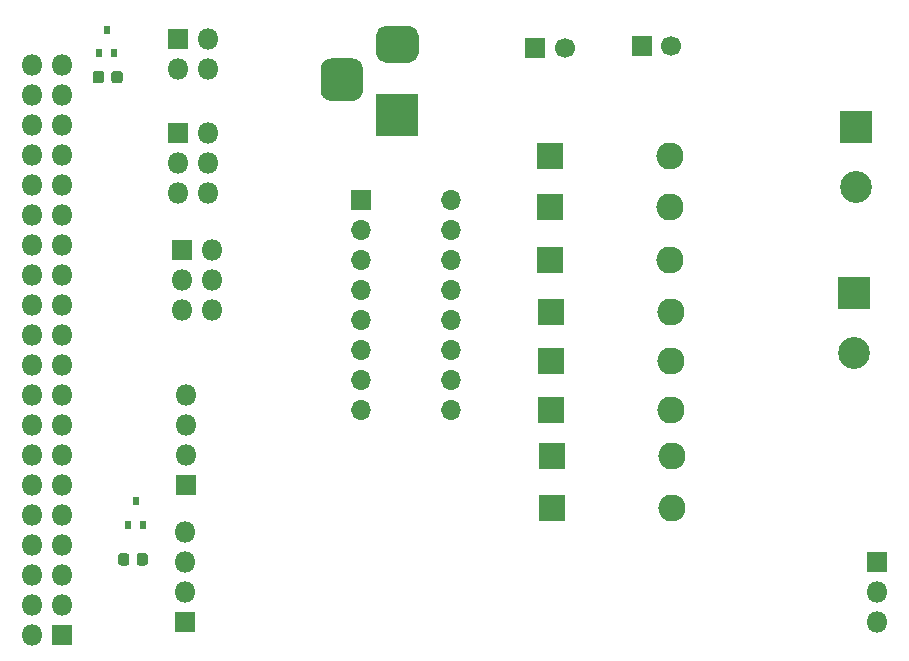
<source format=gbr>
%TF.GenerationSoftware,KiCad,Pcbnew,(5.1.6)-1*%
%TF.CreationDate,2021-05-14T11:39:53+02:00*%
%TF.ProjectId,nano1,6e616e6f-312e-46b6-9963-61645f706362,rev?*%
%TF.SameCoordinates,Original*%
%TF.FileFunction,Soldermask,Bot*%
%TF.FilePolarity,Negative*%
%FSLAX46Y46*%
G04 Gerber Fmt 4.6, Leading zero omitted, Abs format (unit mm)*
G04 Created by KiCad (PCBNEW (5.1.6)-1) date 2021-05-14 11:39:53*
%MOMM*%
%LPD*%
G01*
G04 APERTURE LIST*
%ADD10R,0.550000X0.800000*%
%ADD11O,1.800000X1.800000*%
%ADD12R,1.800000X1.800000*%
%ADD13C,2.700000*%
%ADD14R,2.700000X2.700000*%
%ADD15R,3.600000X3.600000*%
%ADD16R,1.700000X1.700000*%
%ADD17C,1.700000*%
%ADD18R,2.300000X2.300000*%
%ADD19O,2.300000X2.300000*%
%ADD20O,1.700000X1.700000*%
G04 APERTURE END LIST*
%TO.C,R6*%
G36*
G01*
X107385840Y-88496830D02*
X107385840Y-89059330D01*
G75*
G02*
X107142090Y-89303080I-243750J0D01*
G01*
X106654590Y-89303080D01*
G75*
G02*
X106410840Y-89059330I0J243750D01*
G01*
X106410840Y-88496830D01*
G75*
G02*
X106654590Y-88253080I243750J0D01*
G01*
X107142090Y-88253080D01*
G75*
G02*
X107385840Y-88496830I0J-243750D01*
G01*
G37*
G36*
G01*
X108960840Y-88496830D02*
X108960840Y-89059330D01*
G75*
G02*
X108717090Y-89303080I-243750J0D01*
G01*
X108229590Y-89303080D01*
G75*
G02*
X107985840Y-89059330I0J243750D01*
G01*
X107985840Y-88496830D01*
G75*
G02*
X108229590Y-88253080I243750J0D01*
G01*
X108717090Y-88253080D01*
G75*
G02*
X108960840Y-88496830I0J-243750D01*
G01*
G37*
%TD*%
%TO.C,R5*%
G36*
G01*
X105242080Y-47673950D02*
X105242080Y-48236450D01*
G75*
G02*
X104998330Y-48480200I-243750J0D01*
G01*
X104510830Y-48480200D01*
G75*
G02*
X104267080Y-48236450I0J243750D01*
G01*
X104267080Y-47673950D01*
G75*
G02*
X104510830Y-47430200I243750J0D01*
G01*
X104998330Y-47430200D01*
G75*
G02*
X105242080Y-47673950I0J-243750D01*
G01*
G37*
G36*
G01*
X106817080Y-47673950D02*
X106817080Y-48236450D01*
G75*
G02*
X106573330Y-48480200I-243750J0D01*
G01*
X106085830Y-48480200D01*
G75*
G02*
X105842080Y-48236450I0J243750D01*
G01*
X105842080Y-47673950D01*
G75*
G02*
X106085830Y-47430200I243750J0D01*
G01*
X106573330Y-47430200D01*
G75*
G02*
X106817080Y-47673950I0J-243750D01*
G01*
G37*
%TD*%
D10*
%TO.C,Q2*%
X107914440Y-83861400D03*
X107264440Y-85861400D03*
X108564440Y-85861400D03*
%TD*%
%TO.C,Q1*%
X105450640Y-43927520D03*
X104800640Y-45927520D03*
X106100640Y-45927520D03*
%TD*%
D11*
%TO.C,J10*%
X112100360Y-86476840D03*
X112100360Y-89016840D03*
X112100360Y-91556840D03*
D12*
X112100360Y-94096840D03*
%TD*%
D11*
%TO.C,J9*%
X170703240Y-94066360D03*
X170703240Y-91526360D03*
D12*
X170703240Y-88986360D03*
%TD*%
D11*
%TO.C,J3*%
X114345720Y-67670680D03*
X111805720Y-67670680D03*
X114345720Y-65130680D03*
X111805720Y-65130680D03*
X114345720Y-62590680D03*
D12*
X111805720Y-62590680D03*
%TD*%
D11*
%TO.C,J1*%
X99161600Y-46893480D03*
X101701600Y-46893480D03*
X99161600Y-49433480D03*
X101701600Y-49433480D03*
X99161600Y-51973480D03*
X101701600Y-51973480D03*
X99161600Y-54513480D03*
X101701600Y-54513480D03*
X99161600Y-57053480D03*
X101701600Y-57053480D03*
X99161600Y-59593480D03*
X101701600Y-59593480D03*
X99161600Y-62133480D03*
X101701600Y-62133480D03*
X99161600Y-64673480D03*
X101701600Y-64673480D03*
X99161600Y-67213480D03*
X101701600Y-67213480D03*
X99161600Y-69753480D03*
X101701600Y-69753480D03*
X99161600Y-72293480D03*
X101701600Y-72293480D03*
X99161600Y-74833480D03*
X101701600Y-74833480D03*
X99161600Y-77373480D03*
X101701600Y-77373480D03*
X99161600Y-79913480D03*
X101701600Y-79913480D03*
X99161600Y-82453480D03*
X101701600Y-82453480D03*
X99161600Y-84993480D03*
X101701600Y-84993480D03*
X99161600Y-87533480D03*
X101701600Y-87533480D03*
X99161600Y-90073480D03*
X101701600Y-90073480D03*
X99161600Y-92613480D03*
X101701600Y-92613480D03*
X99161600Y-95153480D03*
D12*
X101701600Y-95153480D03*
%TD*%
D13*
%TO.C,J7*%
X168711880Y-71292720D03*
D14*
X168711880Y-66212720D03*
%TD*%
D13*
%TO.C,J6*%
X168935400Y-57221120D03*
D14*
X168935400Y-52141120D03*
%TD*%
D11*
%TO.C,J8*%
X112181640Y-74843640D03*
X112181640Y-77383640D03*
X112181640Y-79923640D03*
D12*
X112181640Y-82463640D03*
%TD*%
%TO.C,J5*%
G36*
G01*
X124463240Y-46370840D02*
X126263240Y-46370840D01*
G75*
G02*
X127163240Y-47270840I0J-900000D01*
G01*
X127163240Y-49070840D01*
G75*
G02*
X126263240Y-49970840I-900000J0D01*
G01*
X124463240Y-49970840D01*
G75*
G02*
X123563240Y-49070840I0J900000D01*
G01*
X123563240Y-47270840D01*
G75*
G02*
X124463240Y-46370840I900000J0D01*
G01*
G37*
G36*
G01*
X129038240Y-43620840D02*
X131088240Y-43620840D01*
G75*
G02*
X131863240Y-44395840I0J-775000D01*
G01*
X131863240Y-45945840D01*
G75*
G02*
X131088240Y-46720840I-775000J0D01*
G01*
X129038240Y-46720840D01*
G75*
G02*
X128263240Y-45945840I0J775000D01*
G01*
X128263240Y-44395840D01*
G75*
G02*
X129038240Y-43620840I775000J0D01*
G01*
G37*
D15*
X130063240Y-51170840D03*
%TD*%
D16*
%TO.C,C2*%
X150779480Y-45354240D03*
D17*
X153279480Y-45354240D03*
%TD*%
D18*
%TO.C,D8*%
X143154400Y-84419440D03*
D19*
X153314400Y-84419440D03*
%TD*%
D18*
%TO.C,D7*%
X143154400Y-80070960D03*
D19*
X153314400Y-80070960D03*
%TD*%
D18*
%TO.C,D6*%
X143068040Y-76154280D03*
D19*
X153228040Y-76154280D03*
%TD*%
D18*
%TO.C,D5*%
X143068040Y-71978520D03*
D19*
X153228040Y-71978520D03*
%TD*%
D18*
%TO.C,D4*%
X143068040Y-67802760D03*
D19*
X153228040Y-67802760D03*
%TD*%
D18*
%TO.C,D3*%
X142981680Y-63454280D03*
D19*
X153141680Y-63454280D03*
%TD*%
D18*
%TO.C,D2*%
X143012160Y-58978800D03*
D19*
X153172160Y-58978800D03*
%TD*%
D18*
%TO.C,D1*%
X142956280Y-54665880D03*
D19*
X153116280Y-54665880D03*
%TD*%
D16*
%TO.C,C1*%
X141721840Y-45501560D03*
D17*
X144221840Y-45501560D03*
%TD*%
D20*
%TO.C,U1*%
X134574280Y-58364120D03*
X126954280Y-76144120D03*
X134574280Y-60904120D03*
X126954280Y-73604120D03*
X134574280Y-63444120D03*
X126954280Y-71064120D03*
X134574280Y-65984120D03*
X126954280Y-68524120D03*
X134574280Y-68524120D03*
X126954280Y-65984120D03*
X134574280Y-71064120D03*
X126954280Y-63444120D03*
X134574280Y-73604120D03*
X126954280Y-60904120D03*
X134574280Y-76144120D03*
D16*
X126954280Y-58364120D03*
%TD*%
D11*
%TO.C,J4*%
X114020600Y-47259240D03*
X111480600Y-47259240D03*
X114020600Y-44719240D03*
D12*
X111480600Y-44719240D03*
%TD*%
D11*
%TO.C,J2*%
X114020600Y-57734200D03*
X111480600Y-57734200D03*
X114020600Y-55194200D03*
X111480600Y-55194200D03*
X114020600Y-52654200D03*
D12*
X111480600Y-52654200D03*
%TD*%
M02*

</source>
